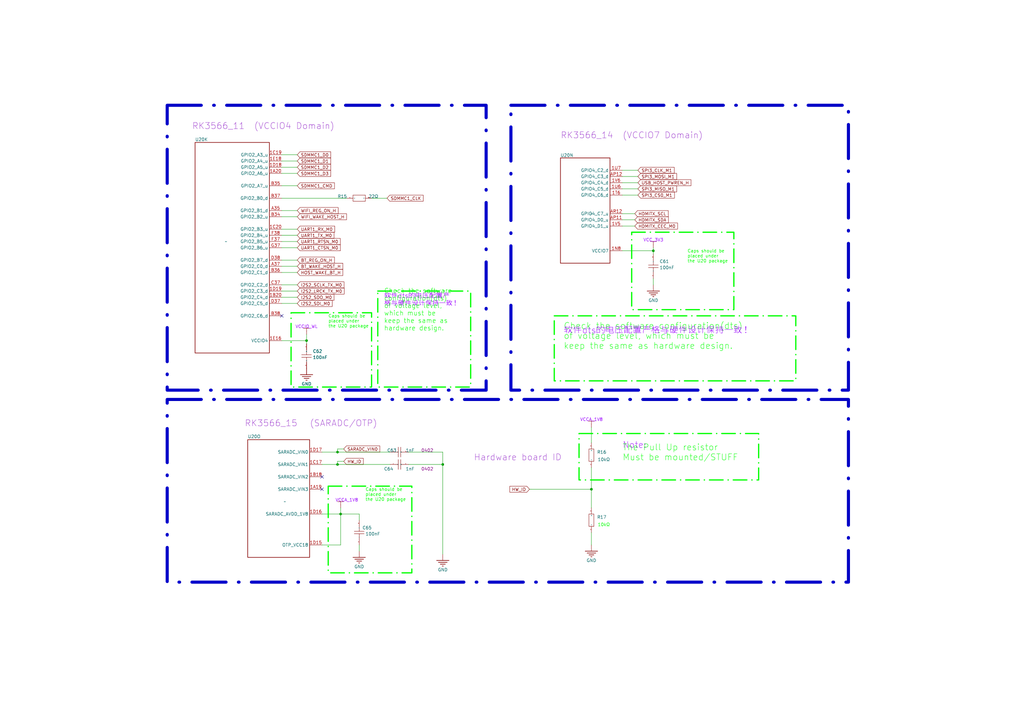
<source format=kicad_sch>
(kicad_sch (version 20250114) (generator "eeschema") (generator_version "9.0")
  (paper "A3")
  (rectangle (start 227.33 129.54) (end 326.39 156.21) (stroke (width 0.508) (type dash_dot) (color 0 255 0 1)))
  (rectangle (start 134.62 199.39) (end 168.91 234.95) (stroke (width 0.508) (type dash_dot) (color 0 255 0 1)))
  (rectangle (start 119.38 128.27) (end 152.4 158.75) (stroke (width 0.508) (type dash_dot) (color 0 255 0 1)))
  (rectangle (start 259.08 95.25) (end 300.99 127) (stroke (width 0.508) (type dash_dot) (color 0 255 0 1)))
  (rectangle (start 68.58 43.18) (end 199.39 160.02) (stroke (width 1.27) (type dash_dot)))
  (rectangle (start 68.58 163.83) (end 347.98 238.76) (stroke (width 1.27) (type dash_dot)))
  (rectangle (start 209.55 43.18) (end 347.98 160.02) (stroke (width 1.27) (type dash_dot)))
  (rectangle (start 237.49 177.8) (end 311.15 196.85) (stroke (width 0.508) (type dash_dot) (color 0 255 0 1)))
  (rectangle (start 154.94 119.38) (end 193.04 158.75) (stroke (width 0.508) (type dash_dot) (color 0 255 0 1)))
  (text "Caps should be \nplaced under \nthe U20 package" (at 134.62 134.62 0) (effects (font (size 1.27 1.27)) (justify left bottom)))
  (text "(VCCIO4 Domain)" (at 104.14 53.34 0) (effects (font (size 2.54 2.54)) (justify left bottom)))
  (text "(VCCIO7 Domain)" (at 255.27 57.15 0) (effects (font (size 2.54 2.54)) (justify left bottom)))
  (text "RK3566_15" (at 100.33 175.26 0) (effects (font (size 2.54 2.54)) (justify left bottom)))
  (text "软件dts的电压配置严\n格与硬件设计保持一致！" (at 157.48 125.73 0) (effects (font (size 1.905 1.905)) (justify left bottom)))
  (text "The Pull Up resistor\nMust be mounted/STUFF" (at 255.27 189.23 0) (effects (font (size 2.54 2.54)) (justify left bottom)))
  (text "Hardware board ID" (at 194.31 189.23 0) (effects (font (size 2.54 2.54)) (justify left bottom)))
  (text "RK3566_11" (at 78.74 53.34 0) (effects (font (size 2.54 2.54)) (justify left bottom)))
  (text "Caps should be \nplaced under \nthe U20 package" (at 281.94 107.95 0) (effects (font (size 1.27 1.27)) (justify left bottom)))
  (text "Check the software configuration(dts)\nof voltage level, which must be\nkeep the same as hardware design." (at 231.14 143.51 0) (effects (font (size 2.54 2.54)) (justify left bottom)))
  (text "(SARADC/OTP)" (at 127 175.26 0) (effects (font (size 2.54 2.54)) (justify left bottom)))
  (text "RK3566_14" (at 229.87 57.15 0) (effects (font (size 2.54 2.54)) (justify left bottom)))
  (text "Caps should be \nplaced under \nthe U20 package" (at 149.86 205.74 0) (effects (font (size 1.27 1.27)) (justify left bottom)))
  (text "Note:" (at 255.27 184.15 0) (effects (font (size 2.54 2.54)) (justify left bottom)))
  (text "Check the software \nconfiguration(dts)\nof voltage level, \nwhich must be\nkeep the same as \nhardware design." (at 157.48 135.89 0) (effects (font (size 1.905 1.905)) (justify left bottom)))
  (text "软件dts的电压配置严格与硬件设计保持一致！" (at 231.14 137.16 0) (effects (font (size 2.54 2.54)) (justify left bottom)))
  (junction (at 242.57 200.66))
  (junction (at 139.7 210.82))
  (junction (at 125.73 139.7))
  (junction (at 267.97 102.87))
  (junction (at 138.43 190.5))
  (junction (at 181.61 190.5))
  (junction (at 138.43 185.42))
  (no_connect (at 132.08 200.66))
  (no_connect (at 132.08 195.58))
  (no_connect (at 115.57 129.54))
  (wire (pts (xy 255.27 74.93) (xy 261.62 74.93)))
  (wire (pts (xy 261.62 72.39) (xy 255.27 72.39)))
  (wire (pts (xy 139.7 210.82) (xy 132.08 210.82)))
  (wire (pts (xy 255.27 90.17) (xy 260.35 90.17)))
  (wire (pts (xy 140.97 184.15) (xy 138.43 184.15)))
  (wire (pts (xy 255.27 102.87) (xy 267.97 102.87)))
  (wire (pts (xy 142.24 81.28) (xy 115.57 81.28)))
  (wire (pts (xy 261.62 80.01) (xy 255.27 80.01)))
  (wire (pts (xy 138.43 189.23) (xy 138.43 190.5)))
  (wire (pts (xy 115.57 88.9) (xy 121.92 88.9)))
  (wire (pts (xy 115.57 71.12) (xy 121.92 71.12)))
  (wire (pts (xy 115.57 76.2) (xy 121.92 76.2)))
  (wire (pts (xy 115.57 116.84) (xy 121.92 116.84)))
  (wire (pts (xy 115.57 109.22) (xy 121.92 109.22)))
  (wire (pts (xy 138.43 185.42) (xy 160.02 185.42)))
  (wire (pts (xy 132.08 223.52) (xy 139.7 223.52)))
  (wire (pts (xy 181.61 185.42) (xy 167.64 185.42)))
  (wire (pts (xy 167.64 190.5) (xy 181.61 190.5)))
  (wire (pts (xy 140.97 189.23) (xy 138.43 189.23)))
  (wire (pts (xy 267.97 102.87) (xy 267.97 104.14)))
  (wire (pts (xy 255.27 92.71) (xy 260.35 92.71)))
  (wire (pts (xy 138.43 184.15) (xy 138.43 185.42)))
  (wire (pts (xy 242.57 200.66) (xy 242.57 191.77)))
  (wire (pts (xy 181.61 190.5) (xy 181.61 185.42)))
  (wire (pts (xy 261.62 69.85) (xy 255.27 69.85)))
  (wire (pts (xy 242.57 175.26) (xy 242.57 181.61)))
  (wire (pts (xy 115.57 101.6) (xy 121.92 101.6)))
  (wire (pts (xy 132.08 185.42) (xy 138.43 185.42)))
  (wire (pts (xy 267.97 116.84) (xy 267.97 114.3)))
  (wire (pts (xy 255.27 87.63) (xy 260.35 87.63)))
  (wire (pts (xy 138.43 190.5) (xy 132.08 190.5)))
  (wire (pts (xy 267.97 102.87) (xy 267.97 101.6)))
  (wire (pts (xy 125.73 139.7) (xy 125.73 140.97)))
  (wire (pts (xy 160.02 190.5) (xy 138.43 190.5)))
  (wire (pts (xy 181.61 227.33) (xy 181.61 190.5)))
  (wire (pts (xy 115.57 86.36) (xy 121.92 86.36)))
  (wire (pts (xy 125.73 139.7) (xy 115.57 139.7)))
  (wire (pts (xy 115.57 93.98) (xy 121.92 93.98)))
  (wire (pts (xy 125.73 137.16) (xy 125.73 139.7)))
  (wire (pts (xy 115.57 106.68) (xy 121.92 106.68)))
  (wire (pts (xy 261.62 77.47) (xy 255.27 77.47)))
  (wire (pts (xy 158.75 81.28) (xy 152.4 81.28)))
  (wire (pts (xy 147.32 210.82) (xy 147.32 213.36)))
  (wire (pts (xy 139.7 208.28) (xy 139.7 210.82)))
  (wire (pts (xy 139.7 223.52) (xy 139.7 210.82)))
  (wire (pts (xy 115.57 124.46) (xy 121.92 124.46)))
  (wire (pts (xy 217.17 200.66) (xy 242.57 200.66)))
  (wire (pts (xy 115.57 121.92) (xy 121.92 121.92)))
  (wire (pts (xy 115.57 119.38) (xy 121.92 119.38)))
  (wire (pts (xy 147.32 223.52) (xy 147.32 226.06)))
  (wire (pts (xy 115.57 99.06) (xy 121.92 99.06)))
  (wire (pts (xy 139.7 210.82) (xy 147.32 210.82)))
  (wire (pts (xy 115.57 63.5) (xy 121.92 63.5)))
  (wire (pts (xy 242.57 223.52) (xy 242.57 218.44)))
  (wire (pts (xy 242.57 208.28) (xy 242.57 200.66)))
  (wire (pts (xy 115.57 66.04) (xy 121.92 66.04)))
  (wire (pts (xy 115.57 111.76) (xy 121.92 111.76)))
  (wire (pts (xy 115.57 68.58) (xy 121.92 68.58)))
  (wire (pts (xy 115.57 96.52) (xy 121.92 96.52)))
  (global_label "UART1_RTSN_M0" (shape input) (at 121.92 99.06 0) (property "Intersheetrefs" "${INTERSHEET_REFS}" (effects (hide yes))))
  (global_label "UART1_TX_M0" (shape input) (at 121.92 96.52 0) (property "Intersheetrefs" "${INTERSHEET_REFS}" (effects (hide yes))))
  (global_label "I2S2_SCLK_TX_M0" (shape input) (at 121.92 116.84 0) (property "Intersheetrefs" "${INTERSHEET_REFS}" (effects (hide yes))))
  (global_label "I2S2_SDI_M0" (shape input) (at 121.92 124.46 0) (property "Intersheetrefs" "${INTERSHEET_REFS}" (effects (hide yes))))
  (global_label "SPI3_CLK_M1" (shape input) (at 261.62 69.85 0) (property "Intersheetrefs" "${INTERSHEET_REFS}" (effects (hide yes))))
  (global_label "SDMMC1_D2" (shape input) (at 121.92 68.58 0) (property "Intersheetrefs" "${INTERSHEET_REFS}" (effects (hide yes))))
  (global_label "SDMMC1_CLK" (shape input) (at 158.75 81.28 0) (property "Intersheetrefs" "${INTERSHEET_REFS}" (effects (hide yes))))
  (global_label "HDMITX_SCL" (shape input) (at 260.35 87.63 0) (property "Intersheetrefs" "${INTERSHEET_REFS}" (effects (hide yes))))
  (global_label "I2S2_LRCK_TX_M0" (shape input) (at 121.92 119.38 0) (property "Intersheetrefs" "${INTERSHEET_REFS}" (effects (hide yes))))
  (global_label "SDMMC1_CMD" (shape input) (at 121.92 76.2 0) (property "Intersheetrefs" "${INTERSHEET_REFS}" (effects (hide yes))))
  (global_label "HOST_WAKE_BT_H" (shape input) (at 121.92 111.76 0) (property "Intersheetrefs" "${INTERSHEET_REFS}" (effects (hide yes))))
  (global_label "HDMITX_CEC_M0" (shape input) (at 260.35 92.71 0) (property "Intersheetrefs" "${INTERSHEET_REFS}" (effects (hide yes))))
  (global_label "UART1_CTSN_M0" (shape input) (at 121.92 101.6 0) (property "Intersheetrefs" "${INTERSHEET_REFS}" (effects (hide yes))))
  (global_label "SARADC_VIN0" (shape input) (at 140.97 184.15 0) (property "Intersheetrefs" "${INTERSHEET_REFS}" (effects (hide yes))))
  (global_label "BT_WAKE_HOST_H" (shape input) (at 121.92 109.22 0) (property "Intersheetrefs" "${INTERSHEET_REFS}" (effects (hide yes))))
  (global_label "WIFI_REG_ON_H" (shape input) (at 121.92 86.36 0) (property "Intersheetrefs" "${INTERSHEET_REFS}" (effects (hide yes))))
  (global_label "UART1_RX_M0" (shape input) (at 121.92 93.98 0) (property "Intersheetrefs" "${INTERSHEET_REFS}" (effects (hide yes))))
  (global_label "I2S2_SDO_M0" (shape input) (at 121.92 121.92 0) (property "Intersheetrefs" "${INTERSHEET_REFS}" (effects (hide yes))))
  (global_label "SDMMC1_D3" (shape input) (at 121.92 71.12 0) (property "Intersheetrefs" "${INTERSHEET_REFS}" (effects (hide yes))))
  (global_label "SDMMC1_D1" (shape input) (at 121.92 66.04 0) (property "Intersheetrefs" "${INTERSHEET_REFS}" (effects (hide yes))))
  (global_label "SPI3_MISO_M1" (shape input) (at 261.62 77.47 0) (property "Intersheetrefs" "${INTERSHEET_REFS}" (effects (hide yes))))
  (global_label "WIFI_WAKE_HOST_H" (shape input) (at 121.92 88.9 0) (property "Intersheetrefs" "${INTERSHEET_REFS}" (effects (hide yes))))
  (global_label "SPI3_MOSI_M1" (shape input) (at 261.62 72.39 0) (property "Intersheetrefs" "${INTERSHEET_REFS}" (effects (hide yes))))
  (global_label "HW_ID" (shape input) (at 217.17 200.66 180) (property "Intersheetrefs" "${INTERSHEET_REFS}" (effects (hide yes))))
  (global_label "HDMITX_SDA" (shape input) (at 260.35 90.17 0) (property "Intersheetrefs" "${INTERSHEET_REFS}" (effects (hide yes))))
  (global_label "HW_ID" (shape input) (at 140.97 189.23 0) (property "Intersheetrefs" "${INTERSHEET_REFS}" (effects (hide yes))))
  (global_label "USB_HOST_PWREN_H" (shape input) (at 261.62 74.93 0) (property "Intersheetrefs" "${INTERSHEET_REFS}" (effects (hide yes))))
  (global_label "BT_REG_ON_H" (shape input) (at 121.92 106.68 0) (property "Intersheetrefs" "${INTERSHEET_REFS}" (effects (hide yes))))
  (global_label "SPI3_CS0_M1" (shape input) (at 261.62 80.01 0) (property "Intersheetrefs" "${INTERSHEET_REFS}" (effects (hide yes))))
  (global_label "SDMMC1_D0" (shape input) (at 121.92 63.5 0) (property "Intersheetrefs" "${INTERSHEET_REFS}" (effects (hide yes))))
  (symbol (lib_id "LCSC Taish-easyedapro:Power-VCC") (at 267.97 101.6 0) (unit 1)
    (property "Reference" "#PWR0165" (effects (hide yes)))
    (property "Value" "VCC_3V3" (at 267.97 99.06 0) (effects (justify bottom)))
    (property "Footprint" "LCSC Taish-easyedapro:" (effects (hide yes)))
  )
  (symbol (lib_id "LCSC Taish-easyedapro:CL05B104KB54PNC") (at 267.97 109.22 90) (unit 1)
    (property "Reference" "C61" (at 270.51 107.95 90) (effects (justify right top)))
    (property "Value" "100nF" (at 270.51 110.49 90) (effects (justify right top)))
    (property "Footprint" "Capacitor_SMD:C_0402_1005Metric" (effects (hide yes)))
    (property "Datasheet" "https://atta.szlcsc.com/upload/public/pdf/source/20181009/C307380_E0679AAF9658ADA26DBF30CED0CA6925.pdf" (effects (hide yes)))
    (property "Description" "容值:100nF;精度:±10%;额定电压:50V;材质(温度系数):X7R;" (effects (hide yes)))
    (property "Manufacturer Part" "CL03A104KO3NNNC" (effects (hide yes)))
    (property "Manufacturer" "SAMSUNG(三星)" (effects (hide yes)))
    (property "Supplier Part" "C307380" (effects (hide yes)))
    (property "Supplier" "LCSC" (effects (hide yes)))
    (property "LCSC Part Name" "100nF ±10% 16V" (effects (hide yes)))
    (property "JLCPCB Part Class" "Extended Part" (effects (hide yes)))
  )
  (symbol (lib_id "LCSC Taish-easyedapro:RK3566") (at 92.71 99.06 0) (unit 11)
    (property "Reference" "U20" (at 80.01 57.9374 0) (effects (justify left bottom)))
    (property "Value" "~" (at 92.71 99.06 0))
    (property "Footprint" "LCSC Taish-easyedapro:RK3566" (effects (hide yes)))
  )
  (symbol (lib_id "LCSC Taish-easyedapro:CRCW040210K0FKED") (at 242.57 186.69 90) (unit 1)
    (property "Reference" "R16" (at 244.856 186.1566 90) (effects (justify right top)))
    (property "Value" "10kΩ" (at 245.11 189.2046 90) (effects (justify right top)))
    (property "Footprint" "LCSC Taish-easyedapro:R0402" (effects (hide yes)))
    (property "Datasheet" "https://atta.szlcsc.com/upload/public/pdf/source/20180224/C71617_15194370300791364062.pdf" (effects (hide yes)))
    (property "Description" "电阻类型:厚膜电阻;阻值:10kΩ;精度:±1%;功率:63mW;温度系数:±100ppm/K;最大工作电压:50V;工作温度范围:-55°C~+155°C;" (effects (hide yes)))
    (property "Manufacturer Part" "CRCW040210K0FKED" (effects (hide yes)))
    (property "Manufacturer" "VISHAY(威世)" (effects (hide yes)))
    (property "Supplier Part" "C71617" (effects (hide yes)))
    (property "Supplier" "LCSC" (effects (hide yes)))
    (property "LCSC Part Name" "10kΩ ±1% 63mW" (effects (hide yes)))
  )
  (symbol (lib_id "LCSC Taish-easyedapro:CL05B104KB54PNC") (at 125.73 146.05 90) (unit 1)
    (property "Reference" "C62" (at 128.27 144.78 90) (effects (justify right top)))
    (property "Value" "100nF" (at 128.27 147.32 90) (effects (justify right top)))
    (property "Footprint" "Capacitor_SMD:C_0402_1005Metric" (effects (hide yes)))
    (property "Datasheet" "https://atta.szlcsc.com/upload/public/pdf/source/20181009/C307380_E0679AAF9658ADA26DBF30CED0CA6925.pdf" (effects (hide yes)))
    (property "Description" "容值:100nF;精度:±10%;额定电压:50V;材质(温度系数):X7R;" (effects (hide yes)))
    (property "Manufacturer Part" "CL03A104KO3NNNC" (effects (hide yes)))
    (property "Manufacturer" "SAMSUNG(三星)" (effects (hide yes)))
    (property "Supplier Part" "C307380" (effects (hide yes)))
    (property "Supplier" "LCSC" (effects (hide yes)))
    (property "LCSC Part Name" "100nF ±10% 16V" (effects (hide yes)))
    (property "JLCPCB Part Class" "Extended Part" (effects (hide yes)))
  )
  (symbol (lib_id "LCSC Taish-easyedapro:Ground-GND") (at 267.97 116.84 0) (unit 1)
    (property "Reference" "#PWR0164" (effects (hide yes)))
    (property "Value" "GND" (at 267.97 123.19 0))
    (property "Footprint" "LCSC Taish-easyedapro:" (effects (hide yes)))
  )
  (symbol (lib_id "LCSC Taish-easyedapro:Ground-GND") (at 242.57 223.52 0) (unit 1)
    (property "Reference" "#PWR0166" (effects (hide yes)))
    (property "Value" "GND" (at 242.57 229.87 0))
    (property "Footprint" "LCSC Taish-easyedapro:" (effects (hide yes)))
  )
  (symbol (lib_id "LCSC Taish-easyedapro:RK3566") (at 242.57 87.63 0) (unit 14)
    (property "Reference" "U20" (at 229.87 64.4144 0) (effects (justify left bottom)))
    (property "Value" "~" (at 242.57 87.63 0))
    (property "Footprint" "LCSC Taish-easyedapro:RK3566" (effects (hide yes)))
  )
  (symbol (lib_id "LCSC Taish-easyedapro:CL05B102KB5NNNC") (at 163.83 190.5 0) (unit 1)
    (property "Reference" "C64" (at 157.48 193.04 0) (effects (justify left bottom)))
    (property "Value" "1nF" (at 166.37 193.04 0) (effects (justify left bottom)))
    (property "Footprint" "Capacitor_SMD:C_0402_1005Metric" (effects (hide yes)))
    (property "Datasheet" "https://atta.szlcsc.com/upload/public/pdf/source/20160103/1457707670498.pdf" (effects (hide yes)))
    (property "Description" "容值:1nF;精度:±10%;额定电压:50V;材质(温度系数):X7R;" (effects (hide yes)))
    (property "Manufacturer Part" "CL05B102KB5NNNC" (effects (hide yes)))
    (property "Manufacturer" "SAMSUNG(三星)" (effects (hide yes)))
    (property "Supplier Part" "C14442" (effects (hide yes)))
    (property "Supplier" "LCSC" (effects (hide yes)))
    (property "LCSC Part Name" "1nF ±10% 50V" (effects (hide yes)))
    (property "Supplier Footprint" "0402" (at 172.72 193.04 0) (effects (justify left bottom)))
  )
  (symbol (lib_id "LCSC Taish-easyedapro:Ground-GND") (at 125.73 151.13 0) (unit 1)
    (property "Reference" "#PWR0168" (effects (hide yes)))
    (property "Value" "GND" (at 125.73 157.48 0))
    (property "Footprint" "LCSC Taish-easyedapro:" (effects (hide yes)))
  )
  (symbol (lib_id "LCSC Taish-easyedapro:Power-VCC") (at 125.73 137.16 0) (unit 1)
    (property "Reference" "#PWR0169" (effects (hide yes)))
    (property "Value" "VCCIO_WL" (at 125.73 134.62 0) (effects (justify bottom)))
    (property "Footprint" "LCSC Taish-easyedapro:" (effects (hide yes)))
  )
  (symbol (lib_id "LCSC Taish-easyedapro:ERJPA2F22R0X") (at 147.32 81.28 0) (unit 1)
    (property "Reference" "R15" (at 138.43 81.28 0) (effects (justify left bottom)))
    (property "Value" "22Ω" (at 151.13 81.28 0) (effects (justify left bottom)))
    (property "Footprint" "LCSC Taish-easyedapro:R0402" (effects (hide yes)))
    (property "Datasheet" "https://atta.szlcsc.com/upload/public/pdf/source/20200306/C422600_1E6D84923E4A46A82E41ADD87F860B5C.pdf" (effects (hide yes)))
    (property "Description" "电阻类型:厚膜电阻;阻值:22Ω;精度:±1%;功率:200mW;温度系数:±100ppm/°C;最大工作电压:-;工作温度范围:-55°C~+155°C;" (effects (hide yes)))
    (property "Manufacturer Part" "0402WGF220JTCE" (effects (hide yes)))
    (property "Manufacturer" "UNI-ROYAL(厚声)" (effects (hide yes)))
    (property "Supplier Part" "C25092" (effects (hide yes)))
    (property "Supplier" "LCSC" (effects (hide yes)))
    (property "LCSC Part Name" "厚膜电阻 22Ω ±1% 62.5mW" (effects (hide yes)))
  )
  (symbol (lib_id "LCSC Taish-easyedapro:RK3566") (at 116.84 205.74 0) (unit 15)
    (property "Reference" "U20" (at 101.6 179.7812 0) (effects (justify left bottom)))
    (property "Value" "~" (at 116.84 205.74 0))
    (property "Footprint" "LCSC Taish-easyedapro:RK3566" (effects (hide yes)))
  )
  (symbol (lib_id "LCSC Taish-easyedapro:Ground-GND") (at 181.61 227.33 0) (unit 1)
    (property "Reference" "#PWR0170" (effects (hide yes)))
    (property "Value" "GND" (at 181.61 233.68 0))
    (property "Footprint" "LCSC Taish-easyedapro:" (effects (hide yes)))
  )
  (symbol (lib_id "LCSC Taish-easyedapro:CRCW040210K0FKED") (at 242.57 213.36 90) (unit 1)
    (property "Reference" "R17" (at 244.856 212.8266 90) (effects (justify right top)))
    (property "Value" "10kΩ" (at 245.11 215.8746 90) (effects (justify right top)))
    (property "Footprint" "LCSC Taish-easyedapro:R0402" (effects (hide yes)))
    (property "Datasheet" "https://atta.szlcsc.com/upload/public/pdf/source/20180224/C71617_15194370300791364062.pdf" (effects (hide yes)))
    (property "Description" "电阻类型:厚膜电阻;阻值:10kΩ;精度:±1%;功率:63mW;温度系数:±100ppm/K;最大工作电压:50V;工作温度范围:-55°C~+155°C;" (effects (hide yes)))
    (property "Manufacturer Part" "CRCW040210K0FKED" (effects (hide yes)))
    (property "Manufacturer" "VISHAY(威世)" (effects (hide yes)))
    (property "Supplier Part" "NC" (effects (hide yes)))
    (property "Supplier" "LCSC" (effects (hide yes)))
    (property "LCSC Part Name" "10kΩ ±1% 63mW" (effects (hide yes)))
  )
  (symbol (lib_id "LCSC Taish-easyedapro:Power-VCC") (at 139.7 208.28 0) (unit 1)
    (property "Reference" "#PWR0167" (effects (hide yes)))
    (property "Value" "VCCA_1V8" (at 142.24 205.74 0) (effects (justify bottom)))
    (property "Footprint" "LCSC Taish-easyedapro:" (effects (hide yes)))
  )
  (symbol (lib_id "LCSC Taish-easyedapro:Ground-GND") (at 147.32 226.06 0) (unit 1)
    (property "Reference" "#PWR0171" (effects (hide yes)))
    (property "Value" "GND" (at 147.32 232.41 0))
    (property "Footprint" "LCSC Taish-easyedapro:" (effects (hide yes)))
  )
  (symbol (lib_id "LCSC Taish-easyedapro:CL05B104KB54PNC") (at 147.32 218.44 90) (unit 1)
    (property "Reference" "C65" (at 148.59 217.17 90) (effects (justify right top)))
    (property "Value" "100nF" (at 149.86 219.71 90) (effects (justify right top)))
    (property "Footprint" "Capacitor_SMD:C_0402_1005Metric" (effects (hide yes)))
    (property "Datasheet" "https://atta.szlcsc.com/upload/public/pdf/source/20181009/C307380_E0679AAF9658ADA26DBF30CED0CA6925.pdf" (effects (hide yes)))
    (property "Description" "容值:100nF;精度:±10%;额定电压:50V;材质(温度系数):X7R;" (effects (hide yes)))
    (property "Manufacturer Part" "CL03A104KO3NNNC" (effects (hide yes)))
    (property "Manufacturer" "SAMSUNG(三星)" (effects (hide yes)))
    (property "Supplier Part" "C307380" (effects (hide yes)))
    (property "Supplier" "LCSC" (effects (hide yes)))
    (property "LCSC Part Name" "100nF ±10% 16V" (effects (hide yes)))
    (property "JLCPCB Part Class" "Extended Part" (effects (hide yes)))
  )
  (symbol (lib_id "LCSC Taish-easyedapro:Power-VCC") (at 242.57 175.26 0) (unit 1)
    (property "Reference" "#PWR0163" (effects (hide yes)))
    (property "Value" "VCCA_1V8" (at 242.57 172.72 0) (effects (justify bottom)))
    (property "Footprint" "LCSC Taish-easyedapro:" (effects (hide yes)))
  )
  (symbol (lib_id "LCSC Taish-easyedapro:CL05B102KB5NNNC") (at 163.83 185.42 0) (unit 1)
    (property "Reference" "C63" (at 158.75 185.42 0) (effects (justify left bottom)))
    (property "Value" "1nF" (at 166.37 185.42 0) (effects (justify left bottom)))
    (property "Footprint" "Capacitor_SMD:C_0402_1005Metric" (effects (hide yes)))
    (property "Datasheet" "https://atta.szlcsc.com/upload/public/pdf/source/20160103/1457707670498.pdf" (effects (hide yes)))
    (property "Description" "容值:1nF;精度:±10%;额定电压:50V;材质(温度系数):X7R;" (effects (hide yes)))
    (property "Manufacturer Part" "CL05B102KB5NNNC" (effects (hide yes)))
    (property "Manufacturer" "SAMSUNG(三星)" (effects (hide yes)))
    (property "Supplier Part" "C14442" (effects (hide yes)))
    (property "Supplier" "LCSC" (effects (hide yes)))
    (property "LCSC Part Name" "1nF ±10% 50V" (effects (hide yes)))
    (property "Supplier Footprint" "0402" (at 172.72 185.42 0) (effects (justify left bottom)))
  )
)
</source>
